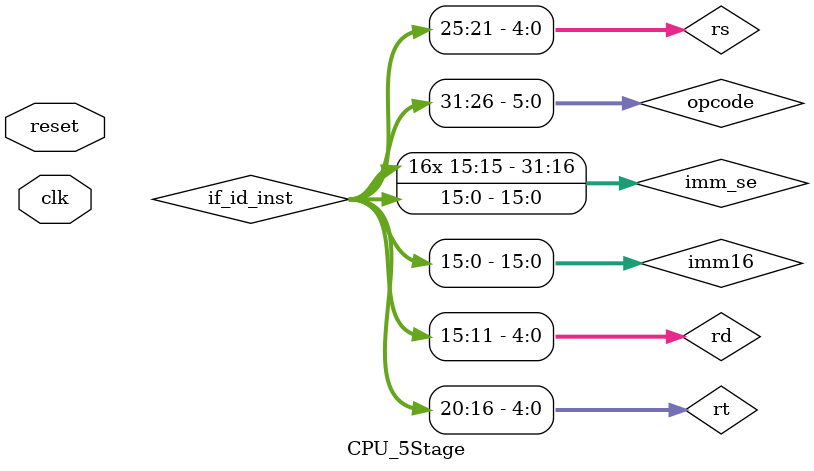
<source format=v>
module CPU_5Stage(
  input         clk,
  input         reset
);

  // ----- Instruction Memory (IMEM) -----
  reg [31:0] imem [0:255];
  // ----- Data Memory (DMEM) -----
  reg [31:0] dmem [0:255];
  // ----- Register File -----
  reg [31:0] regfile [0:31];

  // ---- IF stage ----
  reg [31:0] pc;
  wire [31:0] pc_plus4 = pc + 4;
  wire [31:0] if_inst = imem[pc[9:2]];

  // IF/ID pipeline register
  reg [31:0] if_id_pc, if_id_inst;
  always @(posedge clk or posedge reset) begin
    if (reset) begin
      if_id_pc   <= 0;
      if_id_inst <= 0;
      pc         <= 0;
    end else begin
      if_id_pc   <= pc_plus4;
      if_id_inst <= if_inst;
      pc <= next_pc;
    end
  end

  // ---- ID stage ----
  wire [5:0] opcode = if_id_inst[31:26];
  wire [4:0] rs     = if_id_inst[25:21];
  wire [4:0] rt     = if_id_inst[20:16];
  wire [4:0] rd     = if_id_inst[15:11];
  wire [15:0] imm16 = if_id_inst[15:0];
  wire [31:0] imm_se = {{16{imm16[15]}}, imm16};

  wire [31:0] reg_rs = regfile[rs];
  wire [31:0] reg_rt = regfile[rt];

  // control signals
  reg        id_reg_write, id_mem_write, id_mem_read, id_mem_to_reg, id_alu_src, id_jump;
  reg [2:0]  id_alu_op;
  always @(*) begin
    // default
    {id_reg_write, id_mem_write, id_mem_read, id_mem_to_reg, id_alu_src, id_jump, id_alu_op} = 0;
    case (opcode)
      6'b100011: begin // LOAD
        id_reg_write = 1; id_mem_read = 1; id_mem_to_reg = 1; id_alu_src = 1; id_alu_op = 3'b010;
      end
      6'b101011: begin // STORE
        id_mem_write = 1; id_alu_src = 1; id_alu_op = 3'b010;
      end
      6'b000000: begin // ADD
        id_reg_write = 1; id_alu_op = 3'b010;
      end
      6'b000001: begin // CMP  (rs<rt ? Rd=1 : Rd=0)
        id_reg_write = 1; id_alu_op = 3'b110;
      end
      6'b000010: begin // JUMP
        id_jump = 1;
      end
    endcase
  end

  // ID/EX pipeline register
  reg [31:0] id_ex_pc4, id_ex_reg_rs, id_ex_reg_rt, id_ex_imm;
  reg [4:0]  id_ex_rs, id_ex_rt, id_ex_rd;
  reg        id_ex_reg_write, id_ex_mem_write, id_ex_mem_read, id_ex_mem_to_reg, id_ex_alu_src, id_ex_jump;
  reg [2:0]  id_ex_alu_op;
  always @(posedge clk) begin
    id_ex_pc4        <= if_id_pc;
    id_ex_reg_rs     <= reg_rs;
    id_ex_reg_rt     <= reg_rt;
    id_ex_imm        <= imm_se;
    id_ex_rs         <= rs;
    id_ex_rt         <= rt;
    id_ex_rd         <= rd;
    id_ex_reg_write  <= id_reg_write;
    id_ex_mem_write  <= id_mem_write;
    id_ex_mem_read   <= id_mem_read;
    id_ex_mem_to_reg <= id_mem_to_reg;
    id_ex_alu_src    <= id_alu_src;
    id_ex_jump       <= id_jump;
    id_ex_alu_op     <= id_alu_op;
  end

  // ---- EX stage ----
  wire [31:0] ex_alu_in2 = id_ex_alu_src ? id_ex_imm : id_ex_reg_rt;
  wire [31:0] ex_alu_res;
  wire        ex_zero;
  reg  [31:0] ex_target;
  // simple ALU
  always @(*) begin
    case (id_ex_alu_op)
      3'b010: ex_alu_res = id_ex_reg_rs + ex_alu_in2;
      3'b110: ex_alu_res = (id_ex_reg_rs < ex_alu_in2) ? 32'd1 : 32'd0;
      default: ex_alu_res = 0;
    endcase
    ex_zero = (ex_alu_res == 0);
    ex_target = id_ex_pc4 + (id_ex_imm << 2);
  end

  // EX/MEM pipeline register
  reg [31:0] ex_mem_alu_res, ex_mem_reg_rt;
  reg [4:0]  ex_mem_rd;
  reg        ex_mem_reg_write, ex_mem_mem_write, ex_mem_mem_read, ex_mem_mem_to_reg, ex_mem_jump;
  reg [31:0] ex_mem_target;
  always @(posedge clk) begin
    ex_mem_alu_res    <= ex_alu_res;
    ex_mem_reg_rt     <= id_ex_reg_rt;
    ex_mem_rd         <= id_ex_rd;
    ex_mem_reg_write  <= id_ex_reg_write;
    ex_mem_mem_write  <= id_ex_mem_write;
    ex_mem_mem_read   <= id_ex_mem_read;
    ex_mem_mem_to_reg <= id_ex_mem_to_reg;
    ex_mem_jump       <= id_ex_jump;
    ex_mem_target     <= ex_target;
  end

  // next PC logic (只考慮 JUMP)
  wire [31:0] next_pc = ex_mem_jump ? ex_mem_target : pc_plus4;

  // ---- MEM stage ----
  reg [31:0] mem_wb_alu_res, mem_wb_mem_data;
  reg [4:0]  mem_wb_rd;
  reg        mem_wb_reg_write, mem_wb_mem_to_reg;
  always @(posedge clk) begin
    // memory access
    if (ex_mem_mem_read)  mem_wb_mem_data <= dmem[ex_mem_alu_res[9:2]];
    if (ex_mem_mem_write) dmem[ex_mem_alu_res[9:2]] <= ex_mem_reg_rt;
    // pass registers
    mem_wb_alu_res   <= ex_mem_alu_res;
    mem_wb_rd        <= ex_mem_rd;
    mem_wb_reg_write <= ex_mem_reg_write;
    mem_wb_mem_to_reg<= ex_mem_mem_to_reg;
  end

  // ---- WB stage ----
  always @(posedge clk) begin
    if (mem_wb_reg_write) begin
      regfile[mem_wb_rd] <= mem_wb_mem_to_reg ? mem_wb_mem_data : mem_wb_alu_res;
    end
  end

endmodule

</source>
